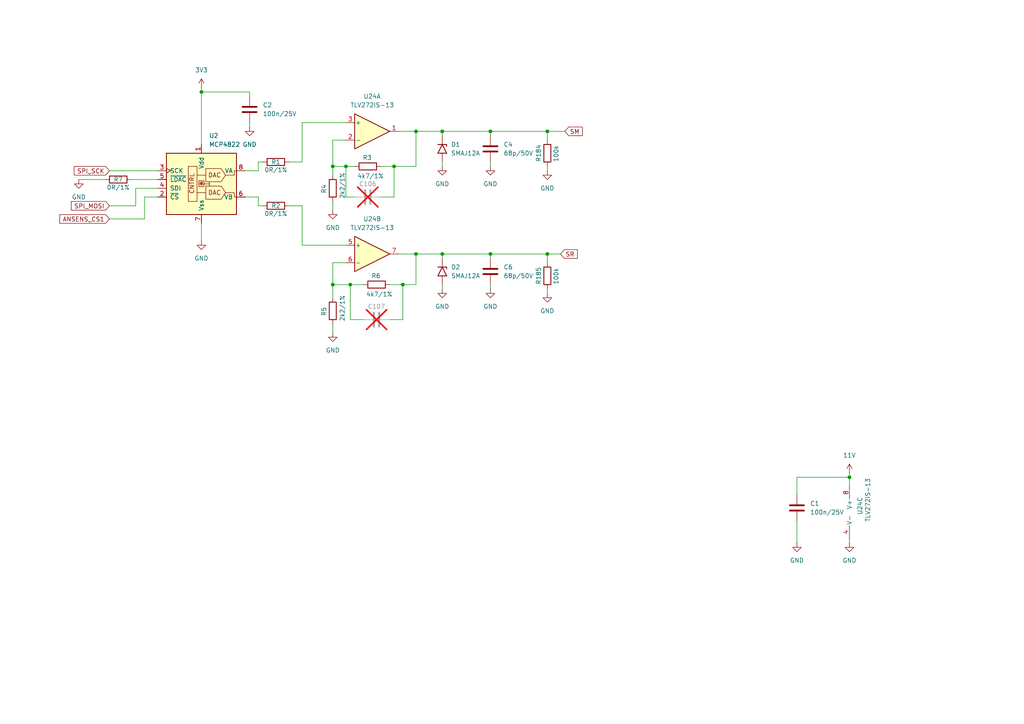
<source format=kicad_sch>
(kicad_sch (version 20250114) (generator "eeschema") (generator_version "9.0")
  (paper "A4")
  (title_block (company "RIELLO"))
  (lib_symbols
    (symbol "Amplifier_Operational:MCP6002-xMC" (pin_names (offset 0.127))
      (property "Reference" "U" (at 0 5.08 0))
      (property "Value" "MCP6002-xMC" (at 0 -5.08 0))
      (symbol "MCP6002-xMC_1_1"
        (polyline (pts (xy -5.08 5.08) (xy 5.08 0) (xy -5.08 -5.08) (xy -5.08 5.08)) (stroke (width 0.254)) (fill (type background)))
        (pin input line (at -7.62 2.54 0) (length 2.54) (name "+") (number "3"))
        (pin input line (at -7.62 -2.54 0) (length 2.54) (name "-") (number "2"))
        (pin output line (at 7.62 0 180) (length 2.54) (name "~") (number "1"))
      )
      (symbol "MCP6002-xMC_2_1"
        (polyline (pts (xy -5.08 5.08) (xy 5.08 0) (xy -5.08 -5.08) (xy -5.08 5.08)) (stroke (width 0.254)) (fill (type background)))
        (pin input line (at -7.62 2.54 0) (length 2.54) (name "+") (number "5"))
        (pin input line (at -7.62 -2.54 0) (length 2.54) (name "-") (number "6"))
        (pin output line (at 7.62 0 180) (length 2.54) (name "~") (number "7"))
      )
      (symbol "MCP6002-xMC_3_1"
        (pin power_in line (at -2.54 7.62 270) (length 3.81) (name "V+") (number "8"))
        (pin power_in line (at -2.54 -7.62 90) (length 3.81) (name "V-") (number "4"))
        (pin passive line (at -2.54 -7.62 90) (length 3.81) (hide yes) (name "V-") (number "9"))
      )
    )
    (symbol "Analog_DAC:MCP4822" (pin_names (offset 1.016))
      (property "Reference" "U" (at -2.54 10.795 0))
      (property "Value" "MCP4822" (at -2.54 8.89 0))
      (symbol "MCP4822_0_0"
        (polyline (pts (xy 0 -0.889) (xy 0.508 -1.397) (xy -0.508 -1.397) (xy 0 -0.889)))
        (polyline (pts (xy 0 -1.778) (xy 0 -0.635)))
        (polyline (pts (xy 0.381 -0.889) (xy 0.508 -0.762)))
        (polyline (pts (xy 0.381 -0.889) (xy -0.381 -0.889) (xy -0.508 -1.016)))
        (rectangle (start 0.762 -0.381) (end -0.762 -2.032))
        (polyline (pts (xy 0.762 -1.27) (xy 2.286 -1.27) (xy 2.286 -0.762)))
        (polyline (pts (xy 2.286 -1.143) (xy 2.286 -1.905)))
        (polyline (pts (xy 6.985 1.27) (xy 9.525 1.27) (xy 9.525 2.54) (xy 10.16 2.54)))
        (polyline (pts (xy 6.985 -3.81) (xy 9.525 -3.81) (xy 9.525 -5.08) (xy 10.16 -5.08)))
        (text "CNTRL" (at -2.032 -4.191 900) (effects (font (size 1.27 1.27)) (justify left bottom)))
        (text "DAC" (at 3.81 1.27 0) (effects (font (size 1.27 1.27))))
        (text "DAC" (at 3.81 -3.81 0) (effects (font (size 1.27 1.27))))
      )
      (symbol "MCP4822_0_1"
        (rectangle (start -10.16 7.62) (end 10.16 -10.16) (stroke (width 0.254)) (fill (type background)))
        (rectangle (start -1.27 -6.35) (end -3.81 3.81))
        (polyline (pts (xy 1.27 1.27) (xy -1.27 1.27)))
        (polyline (pts (xy 1.27 -3.81) (xy -1.27 -3.81)))
        (polyline (pts (xy 6.985 1.27) (xy 5.715 3.175) (xy 1.27 3.175) (xy 1.27 -0.635) (xy 5.715 -0.635) (xy 6.985 1.27)))
        (polyline (pts (xy 6.985 -3.81) (xy 5.715 -1.905) (xy 1.27 -1.905) (xy 1.27 -5.715) (xy 5.715 -5.715) (xy 6.985 -3.81)))
      )
      (symbol "MCP4822_1_1"
        (pin input clock (at -12.7 2.54 0) (length 2.54) (name "SCK") (number "3"))
        (pin input line (at -12.7 0 0) (length 2.54) (name "~{LDAC}") (number "5"))
        (pin input line (at -12.7 -2.54 0) (length 2.54) (name "SDI") (number "4"))
        (pin input line (at -12.7 -5.08 0) (length 2.54) (name "~{CS}") (number "2"))
        (pin power_in line (at 0 10.16 270) (length 2.54) (name "Vdd") (number "1"))
        (pin power_in line (at 0 -12.7 90) (length 2.54) (name "Vss") (number "7"))
        (pin output line (at 12.7 2.54 180) (length 2.54) (name "VA") (number "8"))
        (pin output line (at 12.7 -5.08 180) (length 2.54) (name "VB") (number "6"))
      )
    )
    (symbol "Device:C" (pin_numbers (hide yes)) (pin_names (offset 0.254))
      (property "Reference" "C" (at 0.635 2.54 0))
      (property "Value" "C" (at 0.635 -2.54 0))
      (symbol "C_0_1"
        (polyline (pts (xy -2.032 0.762) (xy 2.032 0.762)) (stroke (width 0.508)))
        (polyline (pts (xy -2.032 -0.762) (xy 2.032 -0.762)) (stroke (width 0.508)))
      )
      (symbol "C_1_1"
        (pin passive line (at 0 3.81 270) (length 2.794) (name "~") (number "1"))
        (pin passive line (at 0 -3.81 90) (length 2.794) (name "~") (number "2"))
      )
    )
    (symbol "Device:R" (pin_numbers (hide yes)) (pin_names (offset 0))
      (property "Reference" "R" (at 2.032 0 90))
      (property "Value" "R" (at 0 0 90))
      (symbol "R_0_1"
        (rectangle (start -1.016 -2.54) (end 1.016 2.54) (stroke (width 0.254)))
      )
      (symbol "R_1_1"
        (pin passive line (at 0 3.81 270) (length 1.27) (name "~") (number "1"))
        (pin passive line (at 0 -3.81 90) (length 1.27) (name "~") (number "2"))
      )
    )
    (symbol "Diode:SMAJ12A" (pin_numbers (hide yes)) (pin_names (offset 1.016) (hide yes))
      (property "Reference" "D" (at 0 2.54 0))
      (property "Value" "SMAJ12A" (at 0 -2.54 0))
      (symbol "SMAJ12A_0_1"
        (polyline (pts (xy -0.762 1.27) (xy -1.27 1.27) (xy -1.27 -1.27)) (stroke (width 0.254)))
        (polyline (pts (xy 1.27 1.27) (xy 1.27 -1.27) (xy -1.27 0) (xy 1.27 1.27)) (stroke (width 0.254)))
      )
      (symbol "SMAJ12A_1_1"
        (pin passive line (at -3.81 0 0) (length 2.54) (name "A1") (number "1"))
        (pin passive line (at 3.81 0 180) (length 2.54) (name "A2") (number "2"))
      )
    )
    (symbol "power:GND" (power) (pin_numbers (hide yes)) (pin_names (offset 0) (hide yes))
      (property "Value" "GND" (at 0 -3.81 0))
      (symbol "GND_0_1"
        (polyline (pts (xy 0 0) (xy 0 -1.27) (xy 1.27 -1.27) (xy 0 -2.54) (xy -1.27 -1.27) (xy 0 -1.27)))
      )
      (symbol "GND_1_1"
        (pin power_in line (at 0 0 270) (length 0) (name "~") (number "1"))
      )
    )
    (symbol "power:VCC" (power) (pin_numbers (hide yes)) (pin_names (offset 0) (hide yes))
      (property "Value" "VCC" (at 0 3.556 0))
      (symbol "VCC_0_1"
        (polyline (pts (xy -0.762 1.27) (xy 0 2.54)))
        (polyline (pts (xy 0 2.54) (xy 0.762 1.27)))
        (polyline (pts (xy 0 0) (xy 0 2.54)))
      )
      (symbol "VCC_1_1"
        (pin power_in line (at 0 0 90) (length 0) (name "~") (number "1"))
      )
    )
  )
  (junction (at 246.38 138.43))
  (junction (at 58.42 26.67))
  (junction (at 158.75 73.66))
  (junction (at 128.27 73.66))
  (junction (at 116.84 82.55))
  (junction (at 142.24 73.66))
  (junction (at 128.27 38.1))
  (junction (at 114.3 48.26))
  (junction (at 101.6 82.55))
  (junction (at 120.65 38.1))
  (junction (at 100.33 48.26))
  (junction (at 96.52 48.26))
  (junction (at 158.75 38.1))
  (junction (at 142.24 38.1))
  (junction (at 96.52 82.55))
  (junction (at 120.65 73.66))
  (wire (pts (xy 120.65 82.55) (xy 120.65 73.66)))
  (wire (pts (xy 246.38 138.43) (xy 246.38 140.97)))
  (wire (pts (xy 58.42 25.4) (xy 58.42 26.67)))
  (wire (pts (xy 142.24 82.55) (xy 142.24 83.82)))
  (wire (pts (xy 96.52 48.26) (xy 100.33 48.26)))
  (wire (pts (xy 120.65 38.1) (xy 115.57 38.1)))
  (wire (pts (xy 110.49 48.26) (xy 114.3 48.26)))
  (wire (pts (xy 120.65 48.26) (xy 120.65 38.1)))
  (wire (pts (xy 39.37 54.61) (xy 45.72 54.61)))
  (wire (pts (xy 100.33 40.64) (xy 96.52 40.64)))
  (wire (pts (xy 87.63 35.56) (xy 100.33 35.56)))
  (wire (pts (xy 231.14 151.13) (xy 231.14 157.48)))
  (wire (pts (xy 96.52 82.55) (xy 101.6 82.55)))
  (wire (pts (xy 102.87 57.15) (xy 100.33 57.15)))
  (wire (pts (xy 96.52 48.26) (xy 96.52 50.8)))
  (wire (pts (xy 128.27 38.1) (xy 142.24 38.1)))
  (wire (pts (xy 158.75 38.1) (xy 158.75 40.64)))
  (wire (pts (xy 158.75 73.66) (xy 142.24 73.66)))
  (wire (pts (xy 128.27 73.66) (xy 128.27 74.93)))
  (wire (pts (xy 113.03 82.55) (xy 116.84 82.55)))
  (wire (pts (xy 115.57 73.66) (xy 120.65 73.66)))
  (wire (pts (xy 120.65 73.66) (xy 128.27 73.66)))
  (wire (pts (xy 158.75 83.82) (xy 158.75 85.09)))
  (wire (pts (xy 71.12 49.53) (xy 74.93 49.53)))
  (wire (pts (xy 87.63 46.99) (xy 87.63 35.56)))
  (wire (pts (xy 158.75 48.26) (xy 158.75 49.53)))
  (wire (pts (xy 22.86 52.07) (xy 30.48 52.07)))
  (wire (pts (xy 31.75 59.69) (xy 39.37 59.69)))
  (wire (pts (xy 246.38 156.21) (xy 246.38 157.48)))
  (wire (pts (xy 38.1 52.07) (xy 45.72 52.07)))
  (wire (pts (xy 246.38 137.16) (xy 246.38 138.43)))
  (wire (pts (xy 71.12 57.15) (xy 74.93 57.15)))
  (wire (pts (xy 105.41 92.71) (xy 101.6 92.71)))
  (wire (pts (xy 120.65 38.1) (xy 128.27 38.1)))
  (wire (pts (xy 72.39 27.94) (xy 72.39 26.67)))
  (wire (pts (xy 72.39 35.56) (xy 72.39 36.83)))
  (wire (pts (xy 101.6 92.71) (xy 101.6 82.55)))
  (wire (pts (xy 58.42 26.67) (xy 58.42 41.91)))
  (wire (pts (xy 83.82 46.99) (xy 87.63 46.99)))
  (wire (pts (xy 74.93 59.69) (xy 76.2 59.69)))
  (wire (pts (xy 96.52 93.98) (xy 96.52 96.52)))
  (wire (pts (xy 100.33 48.26) (xy 102.87 48.26)))
  (wire (pts (xy 39.37 59.69) (xy 39.37 54.61)))
  (wire (pts (xy 74.93 49.53) (xy 74.93 46.99)))
  (wire (pts (xy 101.6 82.55) (xy 105.41 82.55)))
  (wire (pts (xy 41.91 57.15) (xy 45.72 57.15)))
  (wire (pts (xy 231.14 143.51) (xy 231.14 138.43)))
  (wire (pts (xy 74.93 57.15) (xy 74.93 59.69)))
  (wire (pts (xy 100.33 48.26) (xy 100.33 57.15)))
  (wire (pts (xy 31.75 49.53) (xy 45.72 49.53)))
  (wire (pts (xy 128.27 46.99) (xy 128.27 48.26)))
  (wire (pts (xy 87.63 71.12) (xy 100.33 71.12)))
  (wire (pts (xy 96.52 58.42) (xy 96.52 60.96)))
  (wire (pts (xy 114.3 48.26) (xy 120.65 48.26)))
  (wire (pts (xy 110.49 57.15) (xy 114.3 57.15)))
  (wire (pts (xy 113.03 92.71) (xy 116.84 92.71)))
  (wire (pts (xy 116.84 92.71) (xy 116.84 82.55)))
  (wire (pts (xy 87.63 59.69) (xy 87.63 71.12)))
  (wire (pts (xy 96.52 40.64) (xy 96.52 48.26)))
  (wire (pts (xy 58.42 26.67) (xy 72.39 26.67)))
  (wire (pts (xy 128.27 82.55) (xy 128.27 83.82)))
  (wire (pts (xy 58.42 64.77) (xy 58.42 69.85)))
  (wire (pts (xy 96.52 76.2) (xy 96.52 82.55)))
  (wire (pts (xy 142.24 73.66) (xy 142.24 74.93)))
  (wire (pts (xy 83.82 59.69) (xy 87.63 59.69)))
  (wire (pts (xy 162.56 73.66) (xy 158.75 73.66)))
  (wire (pts (xy 158.75 73.66) (xy 158.75 76.2)))
  (wire (pts (xy 116.84 82.55) (xy 120.65 82.55)))
  (wire (pts (xy 142.24 46.99) (xy 142.24 48.26)))
  (wire (pts (xy 142.24 38.1) (xy 142.24 39.37)))
  (wire (pts (xy 31.75 63.5) (xy 41.91 63.5)))
  (wire (pts (xy 128.27 73.66) (xy 142.24 73.66)))
  (wire (pts (xy 114.3 57.15) (xy 114.3 48.26)))
  (wire (pts (xy 74.93 46.99) (xy 76.2 46.99)))
  (wire (pts (xy 158.75 38.1) (xy 163.83 38.1)))
  (wire (pts (xy 128.27 38.1) (xy 128.27 39.37)))
  (wire (pts (xy 96.52 82.55) (xy 96.52 86.36)))
  (wire (pts (xy 142.24 38.1) (xy 158.75 38.1)))
  (wire (pts (xy 41.91 63.5) (xy 41.91 57.15)))
  (wire (pts (xy 96.52 76.2) (xy 100.33 76.2)))
  (wire (pts (xy 231.14 138.43) (xy 246.38 138.43)))
  (global_label "SR" (shape input) (at 162.56 73.66 0) (property "Intersheetrefs" "${INTERSHEET_REFS}" (effects (hide yes))))
  (global_label "SPI_SCK" (shape input) (at 31.75 49.53 180) (property "Intersheetrefs" "${INTERSHEET_REFS}" (effects (hide yes))))
  (global_label "SM" (shape input) (at 163.83 38.1 0) (property "Intersheetrefs" "${INTERSHEET_REFS}" (effects (hide yes))))
  (global_label "SPI_MOSI" (shape input) (at 31.75 59.69 180) (property "Intersheetrefs" "${INTERSHEET_REFS}" (effects (hide yes))))
  (global_label "ANSENS_CS1" (shape input) (at 31.75 63.5 180) (property "Intersheetrefs" "${INTERSHEET_REFS}" (effects (hide yes))))
  (symbol (lib_id "Amplifier_Operational:MCP6002-xMC") (at 107.95 38.1 0) (unit 1)
    (property "Reference" "U24" (at 107.95 27.94 0))
    (property "Value" "TLV272IS-13" (at 107.95 30.48 0))
    (property "Footprint" "Package_SO:VSSOP-8_3x3mm_P0.65mm" (effects (hide yes)))
    (property "Datasheet" "http://ww1.microchip.com/downloads/en/DeviceDoc/21733j.pdf" (effects (hide yes)))
    (property "Description" "1MHz, Low-Power Op Amp, DFN-8" (effects (hide yes)))
    (property "JLC_PN" "C23919" (effects (hide yes)))
  )
  (symbol (lib_id "power:GND") (at 128.27 83.82 0) (unit 1)
    (property "Reference" "#PWR018" (effects (hide yes)))
    (property "Value" "GND" (at 128.27 88.9 0))
    (property "Description" "Power symbol creates a global label with name \"GND\" , ground" (effects (hide yes)))
  )
  (symbol (lib_id "power:GND") (at 142.24 48.26 0) (unit 1)
    (property "Reference" "#PWR014" (effects (hide yes)))
    (property "Value" "GND" (at 142.24 53.34 0))
    (property "Description" "Power symbol creates a global label with name \"GND\" , ground" (effects (hide yes)))
  )
  (symbol (lib_id "Diode:SMAJ12A") (at 128.27 43.18 270) (unit 1)
    (property "Reference" "D1" (at 130.81 41.9099 90) (effects (justify left)))
    (property "Value" "SMAJ12A" (at 130.81 44.4499 90) (effects (justify left)))
    (property "Footprint" "Diode_SMD:D_SMA" (effects (hide yes)))
    (property "Datasheet" "https://www.littelfuse.com/media?resourcetype=datasheets&itemid=75e32973-b177-4ee3-a0ff-cedaf1abdb93&filename=smaj-datasheet" (effects (hide yes)))
    (property "Description" "400W unidirectional Transient Voltage Suppressor, 12.0Vr, SMA(DO-214AC)" (effects (hide yes)))
    (property "JLC_PN" "C113957" (effects (hide yes)))
  )
  (symbol (lib_id "power:GND") (at 158.75 85.09 0) (unit 1)
    (property "Reference" "#PWR0313" (effects (hide yes)))
    (property "Value" "GND" (at 158.75 90.17 0))
    (property "Description" "Power symbol creates a global label with name \"GND\" , ground" (effects (hide yes)))
  )
  (symbol (lib_id "power:GND") (at 72.39 36.83 0) (unit 1)
    (property "Reference" "#PWR06" (effects (hide yes)))
    (property "Value" "GND" (at 72.39 41.91 0))
    (property "Description" "Power symbol creates a global label with name \"GND\" , ground" (effects (hide yes)))
  )
  (symbol (lib_id "power:GND") (at 22.86 52.07 0) (unit 1)
    (property "Reference" "#PWR012" (effects (hide yes)))
    (property "Value" "GND" (at 22.86 57.15 0))
    (property "Description" "Power symbol creates a global label with name \"GND\" , ground" (effects (hide yes)))
  )
  (symbol (lib_id "power:GND") (at 128.27 48.26 0) (unit 1)
    (property "Reference" "#PWR013" (effects (hide yes)))
    (property "Value" "GND" (at 128.27 53.34 0))
    (property "Description" "Power symbol creates a global label with name \"GND\" , ground" (effects (hide yes)))
  )
  (symbol (lib_id "Device:C") (at 109.22 92.71 90) (unit 1) (in_bom no) (dnp yes)
    (property "Reference" "C107" (at 111.76 88.9 90) (effects (justify left)))
    (property "Value" "10p" (effects (hide yes)))
    (property "Footprint" "Capacitor_SMD:C_0402_1005Metric" (effects (hide yes)))
    (property "Description" "Unpolarized capacitor" (effects (hide yes)))
    (property "JLC_PN" "C1545 " (effects (hide yes)))
  )
  (symbol (lib_id "Device:C") (at 231.14 147.32 0) (unit 1)
    (property "Reference" "C1" (at 234.95 146.0499 0) (effects (justify left)))
    (property "Value" "100n/25V" (at 234.95 148.5899 0) (effects (justify left)))
    (property "Footprint" "Capacitor_SMD:C_0402_1005Metric" (effects (hide yes)))
    (property "Description" "Unpolarized capacitor" (effects (hide yes)))
    (property "JLC_PN" "C77014" (effects (hide yes)))
  )
  (symbol (lib_id "Device:R") (at 96.52 90.17 0) (unit 1)
    (property "Reference" "R5" (at 93.98 91.694 90) (effects (justify left)))
    (property "Value" "2k2/1%" (at 99.314 93.218 90) (effects (justify left)))
    (property "Footprint" "Resistor_SMD:R_0603_1608Metric" (effects (hide yes)))
    (property "Description" "Resistor" (effects (hide yes)))
    (property "JLC_PN" "C4190" (effects (hide yes)))
  )
  (symbol (lib_id "Device:R") (at 96.52 54.61 0) (unit 1)
    (property "Reference" "R4" (at 93.98 56.134 90) (effects (justify left)))
    (property "Value" "2k2/1%" (at 99.314 57.658 90) (effects (justify left)))
    (property "Footprint" "Resistor_SMD:R_0603_1608Metric" (effects (hide yes)))
    (property "Description" "Resistor" (effects (hide yes)))
    (property "JLC_PN" "C4190" (effects (hide yes)))
  )
  (symbol (lib_id "power:GND") (at 246.38 157.48 0) (unit 1)
    (property "Reference" "#PWR04" (effects (hide yes)))
    (property "Value" "GND" (at 246.38 162.56 0))
    (property "Description" "Power symbol creates a global label with name \"GND\" , ground" (effects (hide yes)))
  )
  (symbol (lib_id "Device:R") (at 80.01 59.69 90) (unit 1)
    (property "Reference" "R2" (at 80.01 59.69 90))
    (property "Value" "0R/1%" (at 80.01 61.976 90))
    (property "Footprint" "Resistor_SMD:R_0603_1608Metric" (effects (hide yes)))
    (property "Description" "Resistor" (effects (hide yes)))
    (property "JLC_PN" "C21189" (effects (hide yes)))
  )
  (symbol (lib_id "power:GND") (at 58.42 69.85 0) (unit 1)
    (property "Reference" "#PWR0102" (effects (hide yes)))
    (property "Value" "GND" (at 58.42 74.93 0))
    (property "Description" "Power symbol creates a global label with name \"GND\" , ground" (effects (hide yes)))
  )
  (symbol (lib_id "Device:R") (at 158.75 44.45 0) (unit 1)
    (property "Reference" "R184" (at 156.21 46.99 90) (effects (justify left)))
    (property "Value" "100k" (at 161.29 46.99 90) (effects (justify left)))
    (property "Footprint" "Resistor_SMD:R_0603_1608Metric" (effects (hide yes)))
    (property "Description" "Resistor" (effects (hide yes)))
    (property "JLC_PN" "C15458" (effects (hide yes)))
  )
  (symbol (lib_id "Device:R") (at 109.22 82.55 270) (unit 1)
    (property "Reference" "R6" (at 107.696 80.01 90) (effects (justify left)))
    (property "Value" "4k7/1%" (at 106.172 85.344 90) (effects (justify left)))
    (property "Footprint" "Resistor_SMD:R_0603_1608Metric" (effects (hide yes)))
    (property "Description" "Resistor" (effects (hide yes)))
    (property "JLC_PN" "C23162" (effects (hide yes)))
  )
  (symbol (lib_id "Device:R") (at 106.68 48.26 270) (unit 1)
    (property "Reference" "R3" (at 105.156 45.72 90) (effects (justify left)))
    (property "Value" "4k7/1%" (at 103.632 51.054 90) (effects (justify left)))
    (property "Footprint" "Resistor_SMD:R_0603_1608Metric" (effects (hide yes)))
    (property "Description" "Resistor" (effects (hide yes)))
    (property "JLC_PN" "C23162" (effects (hide yes)))
  )
  (symbol (lib_id "power:GND") (at 231.14 157.48 0) (unit 1)
    (property "Reference" "#PWR03" (effects (hide yes)))
    (property "Value" "GND" (at 231.14 162.56 0))
    (property "Description" "Power symbol creates a global label with name \"GND\" , ground" (effects (hide yes)))
  )
  (symbol (lib_id "power:GND") (at 96.52 60.96 0) (unit 1)
    (property "Reference" "#PWR07" (effects (hide yes)))
    (property "Value" "GND" (at 96.52 66.04 0))
    (property "Description" "Power symbol creates a global label with name \"GND\" , ground" (effects (hide yes)))
  )
  (symbol (lib_id "Diode:SMAJ12A") (at 128.27 78.74 270) (unit 1)
    (property "Reference" "D2" (at 130.81 77.4699 90) (effects (justify left)))
    (property "Value" "SMAJ12A" (at 130.81 80.0099 90) (effects (justify left)))
    (property "Footprint" "Diode_SMD:D_SMA" (effects (hide yes)))
    (property "Datasheet" "https://www.littelfuse.com/media?resourcetype=datasheets&itemid=75e32973-b177-4ee3-a0ff-cedaf1abdb93&filename=smaj-datasheet" (effects (hide yes)))
    (property "Description" "400W unidirectional Transient Voltage Suppressor, 12.0Vr, SMA(DO-214AC)" (effects (hide yes)))
    (property "JLC_PN" "C113957" (effects (hide yes)))
  )
  (symbol (lib_id "Device:R") (at 158.75 80.01 0) (unit 1)
    (property "Reference" "R185" (at 156.21 82.55 90) (effects (justify left)))
    (property "Value" "100k" (at 161.29 82.55 90) (effects (justify left)))
    (property "Footprint" "Resistor_SMD:R_0603_1608Metric" (effects (hide yes)))
    (property "Description" "Resistor" (effects (hide yes)))
    (property "JLC_PN" "C15458" (effects (hide yes)))
  )
  (symbol (lib_id "Device:C") (at 106.68 57.15 90) (unit 1) (in_bom no) (dnp yes)
    (property "Reference" "C106" (at 109.22 53.34 90) (effects (justify left)))
    (property "Value" "10p" (effects (hide yes)))
    (property "Footprint" "Capacitor_SMD:C_0402_1005Metric" (effects (hide yes)))
    (property "Description" "Unpolarized capacitor" (effects (hide yes)))
    (property "JLC_PN" "C1545 " (effects (hide yes)))
  )
  (symbol (lib_id "Device:R") (at 34.29 52.07 90) (unit 1)
    (property "Reference" "R7" (at 34.29 52.07 90))
    (property "Value" "0R/1%" (at 34.29 54.356 90))
    (property "Footprint" "Resistor_SMD:R_0603_1608Metric" (effects (hide yes)))
    (property "Description" "Resistor" (effects (hide yes)))
    (property "JLC_PN" "C21189" (effects (hide yes)))
  )
  (symbol (lib_id "power:GND") (at 158.75 49.53 0) (unit 1)
    (property "Reference" "#PWR0312" (effects (hide yes)))
    (property "Value" "GND" (at 158.75 54.61 0))
    (property "Description" "Power symbol creates a global label with name \"GND\" , ground" (effects (hide yes)))
  )
  (symbol (lib_id "Device:C") (at 72.39 31.75 0) (unit 1)
    (property "Reference" "C2" (at 76.2 30.4799 0) (effects (justify left)))
    (property "Value" "100n/25V" (at 76.2 33.0199 0) (effects (justify left)))
    (property "Footprint" "Capacitor_SMD:C_0402_1005Metric" (effects (hide yes)))
    (property "Description" "Unpolarized capacitor" (effects (hide yes)))
    (property "JLC_PN" "C77014" (effects (hide yes)))
  )
  (symbol (lib_id "power:GND") (at 96.52 96.52 0) (unit 1)
    (property "Reference" "#PWR08" (effects (hide yes)))
    (property "Value" "GND" (at 96.52 101.6 0))
    (property "Description" "Power symbol creates a global label with name \"GND\" , ground" (effects (hide yes)))
  )
  (symbol (lib_id "power:VCC") (at 246.38 137.16 0) (unit 1)
    (property "Reference" "#PWR05" (effects (hide yes)))
    (property "Value" "11V" (at 246.38 132.08 0))
    (property "Description" "Power symbol creates a global label with name \"VCC\"" (effects (hide yes)))
  )
  (symbol (lib_id "power:GND") (at 142.24 83.82 0) (unit 1)
    (property "Reference" "#PWR019" (effects (hide yes)))
    (property "Value" "GND" (at 142.24 88.9 0))
    (property "Description" "Power symbol creates a global label with name \"GND\" , ground" (effects (hide yes)))
  )
  (symbol (lib_id "Device:R") (at 80.01 46.99 90) (unit 1)
    (property "Reference" "R1" (at 80.01 46.99 90))
    (property "Value" "0R/1%" (at 80.01 49.276 90))
    (property "Footprint" "Resistor_SMD:R_0603_1608Metric" (effects (hide yes)))
    (property "Description" "Resistor" (effects (hide yes)))
    (property "JLC_PN" "C21189" (effects (hide yes)))
  )
  (symbol (lib_id "Device:C") (at 142.24 78.74 0) (unit 1)
    (property "Reference" "C6" (at 146.05 77.4699 0) (effects (justify left)))
    (property "Value" "68p/50V" (at 146.05 80.0099 0) (effects (justify left)))
    (property "Footprint" "Capacitor_SMD:C_0402_1005Metric" (effects (hide yes)))
    (property "Description" "Unpolarized capacitor" (effects (hide yes)))
    (property "JLC_PN" "C77014" (effects (hide yes)))
  )
  (symbol (lib_id "Amplifier_Operational:MCP6002-xMC") (at 107.95 73.66 0) (unit 2)
    (property "Reference" "U24" (at 107.95 63.5 0))
    (property "Value" "TLV272IS-13" (at 107.95 66.04 0))
    (property "Footprint" "Package_SO:VSSOP-8_3x3mm_P0.65mm" (effects (hide yes)))
    (property "Datasheet" "http://ww1.microchip.com/downloads/en/DeviceDoc/21733j.pdf" (effects (hide yes)))
    (property "Description" "1MHz, Low-Power Op Amp, DFN-8" (effects (hide yes)))
    (property "JLC_PN" "C23919" (effects (hide yes)))
  )
  (symbol (lib_id "Amplifier_Operational:MCP6002-xMC") (at 248.92 148.59 0) (unit 3)
    (property "Reference" "U24" (at 249.428 149.352 90) (effects (justify left)))
    (property "Value" "TLV272IS-13" (at 251.714 151.384 90) (effects (justify left)))
    (property "Footprint" "Package_SO:VSSOP-8_3x3mm_P0.65mm" (effects (hide yes)))
    (property "Datasheet" "http://ww1.microchip.com/downloads/en/DeviceDoc/21733j.pdf" (effects (hide yes)))
    (property "Description" "1MHz, Low-Power Op Amp, DFN-8" (effects (hide yes)))
    (property "JLC_PN" "C23919" (effects (hide yes)))
  )
  (symbol (lib_id "power:VCC") (at 58.42 25.4 0) (unit 1)
    (property "Reference" "#PWR0101" (effects (hide yes)))
    (property "Value" "3V3" (at 58.42 20.32 0))
    (property "Description" "Power symbol creates a global label with name \"VCC\"" (effects (hide yes)))
  )
  (symbol (lib_id "Device:C") (at 142.24 43.18 0) (unit 1)
    (property "Reference" "C4" (at 146.05 41.9099 0) (effects (justify left)))
    (property "Value" "68p/50V" (at 146.05 44.4499 0) (effects (justify left)))
    (property "Footprint" "Capacitor_SMD:C_0402_1005Metric" (effects (hide yes)))
    (property "Description" "Unpolarized capacitor" (effects (hide yes)))
    (property "JLC_PN" "C77014" (effects (hide yes)))
  )
  (symbol (lib_id "Analog_DAC:MCP4822") (at 58.42 52.07 0) (unit 1)
    (property "Reference" "U2" (at 60.6141 39.37 0) (effects (justify left)))
    (property "Value" "MCP4822" (at 60.6141 41.91 0) (effects (justify left)))
    (property "Footprint" "Package_SO:SOIC-8_3.9x4.9mm_P1.27mm" (effects (hide yes)))
    (property "Datasheet" "http://ww1.microchip.com/downloads/en/DeviceDoc/20002249B.pdf" (effects (hide yes)))
    (property "Description" "2-Channel 12-Bit D/A Converters with SPI Interface and Internal Reference (2.048V)" (effects (hide yes)))
    (property "JLC_PN" "C16040" (effects (hide yes)))
  )
)
</source>
